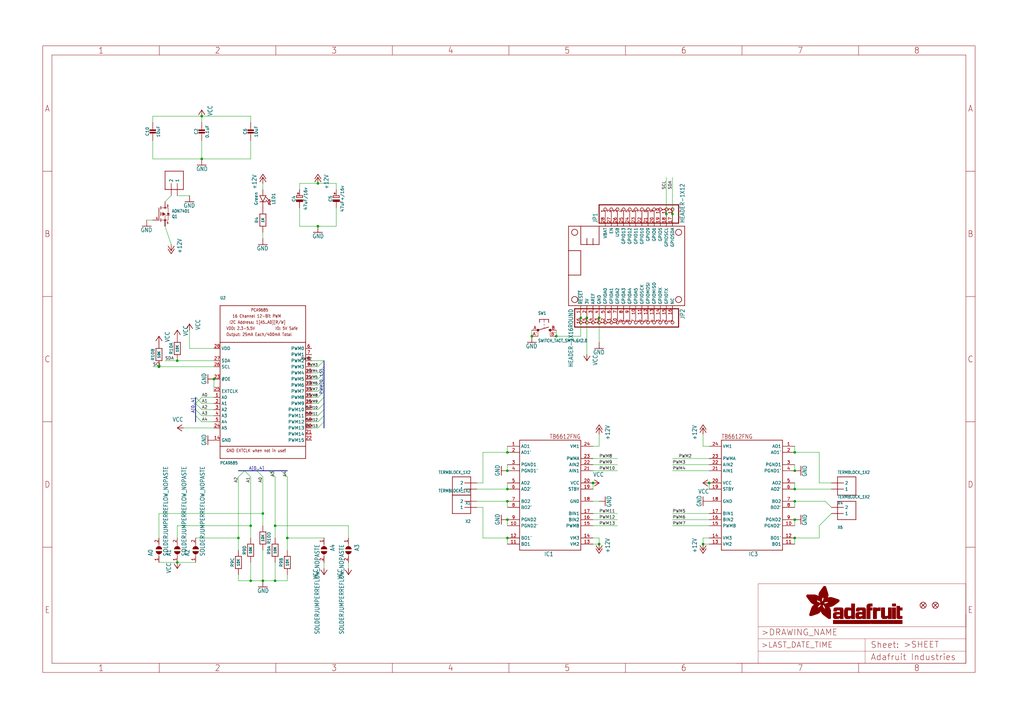
<source format=kicad_sch>
(kicad_sch (version 20211123) (generator eeschema)
  (paper "User" 425.45 299.161)
  (lib_symbols
    (symbol "eagleSchem-eagle-import:+12V" (power)
      (property "Value" "+12V" (at -2.54 -5.08 90))
      (symbol "+12V_1_0"
        (pin power_in line (at 0 -2.54 90) (length 2.54) (name "+12V") (number "1"))
      )
    )
    (symbol "eagleSchem-eagle-import:1X2-3.5MM"
      (symbol "1X2-3.5MM_1_0"
        (pin passive line (at -5.08 2.54 0) (length 5.08) (name "1") (number "1"))
        (pin passive line (at -5.08 0 0) (length 5.08) (name "2") (number "2"))
      )
    )
    (symbol "eagleSchem-eagle-import:CAP_CERAMIC0805-NOOUTLINE"
      (property "Reference" "C" (at -2.29 1.25 90))
      (property "Value" "CAP_CERAMIC0805-NOOUTLINE" (at 2.3 1.25 90))
      (symbol "CAP_CERAMIC0805-NOOUTLINE_1_0"
        (pin passive line (at 0 5.08 270) (length 2.54) (name "1") (number "1"))
        (pin passive line (at 0 -2.54 90) (length 2.54) (name "2") (number "2"))
      )
    )
    (symbol "eagleSchem-eagle-import:CAP_ELECTROLYTICPANASONIC_C"
      (property "Reference" "C" (at -2.39 1.25 90))
      (property "Value" "CAP_ELECTROLYTICPANASONIC_C" (at 2.5 1.25 90))
      (symbol "CAP_ELECTROLYTICPANASONIC_C_1_0"
        (pin passive line (at 0 5.08 270) (length 2.54) (name "+") (number "+"))
        (pin passive line (at 0 -2.54 90) (length 2.54) (name "-") (number "-"))
      )
    )
    (symbol "eagleSchem-eagle-import:FEATHERWING"
      (symbol "FEATHERWING_1_0"
        (pin input line (at 5.08 -5.08 90) (length 5.08) (name "~{RESET}") (number "1"))
        (pin bidirectional line (at 27.94 -5.08 90) (length 5.08) (name "GPIOA5") (number "10"))
        (pin bidirectional line (at 30.48 -5.08 90) (length 5.08) (name "GPIOSCK") (number "11"))
        (pin bidirectional line (at 33.02 -5.08 90) (length 5.08) (name "GPIOMOSI") (number "12"))
        (pin bidirectional line (at 35.56 -5.08 90) (length 5.08) (name "GPIOMISO") (number "13"))
        (pin bidirectional line (at 38.1 -5.08 90) (length 5.08) (name "GPIORX") (number "14"))
        (pin bidirectional line (at 40.64 -5.08 90) (length 5.08) (name "GPIOTX") (number "15"))
        (pin passive line (at 43.18 -5.08 90) (length 5.08) (name "NC") (number "16"))
        (pin bidirectional line (at 43.18 38.1 270) (length 5.08) (name "GPIOSDA") (number "17"))
        (pin bidirectional line (at 40.64 38.1 270) (length 5.08) (name "GPIOSCL") (number "18"))
        (pin bidirectional line (at 38.1 38.1 270) (length 5.08) (name "GPIO5") (number "19"))
        (pin power_in line (at 7.62 -5.08 90) (length 5.08) (name "3V") (number "2"))
        (pin bidirectional line (at 35.56 38.1 270) (length 5.08) (name "GPIO6") (number "20"))
        (pin bidirectional line (at 33.02 38.1 270) (length 5.08) (name "GPIO9") (number "21"))
        (pin bidirectional line (at 30.48 38.1 270) (length 5.08) (name "GPIO10") (number "22"))
        (pin bidirectional line (at 27.94 38.1 270) (length 5.08) (name "GPIO11") (number "23"))
        (pin bidirectional line (at 25.4 38.1 270) (length 5.08) (name "GPIO12") (number "24"))
        (pin bidirectional line (at 22.86 38.1 270) (length 5.08) (name "GPIO13") (number "25"))
        (pin power_in line (at 20.32 38.1 270) (length 5.08) (name "USB") (number "26"))
        (pin passive line (at 17.78 38.1 270) (length 5.08) (name "EN") (number "27"))
        (pin power_in line (at 15.24 38.1 270) (length 5.08) (name "VBAT") (number "28"))
        (pin passive line (at 10.16 -5.08 90) (length 5.08) (name "AREF") (number "3"))
        (pin power_in line (at 12.7 -5.08 90) (length 5.08) (name "GND") (number "4"))
        (pin bidirectional line (at 15.24 -5.08 90) (length 5.08) (name "GPIOA0") (number "5"))
        (pin bidirectional line (at 17.78 -5.08 90) (length 5.08) (name "GPIOA1") (number "6"))
        (pin bidirectional line (at 20.32 -5.08 90) (length 5.08) (name "GPIOA2") (number "7"))
        (pin bidirectional line (at 22.86 -5.08 90) (length 5.08) (name "GPIOA3") (number "8"))
        (pin bidirectional line (at 25.4 -5.08 90) (length 5.08) (name "GPIOA4") (number "9"))
      )
    )
    (symbol "eagleSchem-eagle-import:FIDUCIAL{dblquote}{dblquote}")
    (symbol "eagleSchem-eagle-import:FRAME_A3_ADAFRUIT"
      (symbol "FRAME_A3_ADAFRUIT_1_0"
        (text "1" (at 24.2094 1.905 0) (effects (font (size 2.54 2.286))))
        (text "1" (at 24.2094 258.445 0) (effects (font (size 2.54 2.286))))
        (text "2" (at 72.6281 1.905 0) (effects (font (size 2.54 2.286))))
        (text "2" (at 72.6281 258.445 0) (effects (font (size 2.54 2.286))))
        (text "3" (at 121.0469 1.905 0) (effects (font (size 2.54 2.286))))
        (text "3" (at 121.0469 258.445 0) (effects (font (size 2.54 2.286))))
        (text "4" (at 169.4656 1.905 0) (effects (font (size 2.54 2.286))))
        (text "4" (at 169.4656 258.445 0) (effects (font (size 2.54 2.286))))
        (text "5" (at 217.8844 1.905 0) (effects (font (size 2.54 2.286))))
        (text "5" (at 217.8844 258.445 0) (effects (font (size 2.54 2.286))))
        (text "6" (at 266.3031 1.905 0) (effects (font (size 2.54 2.286))))
        (text "6" (at 266.3031 258.445 0) (effects (font (size 2.54 2.286))))
        (text "7" (at 314.7219 1.905 0) (effects (font (size 2.54 2.286))))
        (text "7" (at 314.7219 258.445 0) (effects (font (size 2.54 2.286))))
        (text "8" (at 363.1406 1.905 0) (effects (font (size 2.54 2.286))))
        (text "8" (at 363.1406 258.445 0) (effects (font (size 2.54 2.286))))
        (text ">DRAWING_NAME" (at 298.45 15.24 0) (effects (font (size 2.54 2.54)) (justify left bottom)))
        (text ">LAST_DATE_TIME" (at 298.45 10.16 0) (effects (font (size 2.286 2.286)) (justify left bottom)))
        (text ">SHEET" (at 357.505 10.16 0) (effects (font (size 2.54 2.54)) (justify left bottom)))
        (text "A" (at 1.905 234.315 0) (effects (font (size 2.54 2.286))))
        (text "A" (at 385.445 234.315 0) (effects (font (size 2.54 2.286))))
        (text "Adafruit Industries" (at 343.916 4.953 0) (effects (font (size 2.54 2.54)) (justify left bottom)))
        (text "B" (at 1.905 182.245 0) (effects (font (size 2.54 2.286))))
        (text "B" (at 385.445 182.245 0) (effects (font (size 2.54 2.286))))
        (text "C" (at 1.905 130.175 0) (effects (font (size 2.54 2.286))))
        (text "C" (at 385.445 130.175 0) (effects (font (size 2.54 2.286))))
        (text "D" (at 1.905 78.105 0) (effects (font (size 2.54 2.286))))
        (text "D" (at 385.445 78.105 0) (effects (font (size 2.54 2.286))))
        (text "E" (at 1.905 26.035 0) (effects (font (size 2.54 2.286))))
        (text "E" (at 385.445 26.035 0) (effects (font (size 2.54 2.286))))
        (text "Sheet:" (at 343.916 10.033 0) (effects (font (size 2.54 2.54)) (justify left bottom)))
      )
    )
    (symbol "eagleSchem-eagle-import:GND" (power)
      (property "Value" "GND" (at -2.54 -2.54 0))
      (symbol "GND_1_0"
        (pin power_in line (at 0 2.54 270) (length 2.54) (name "GND") (number "1"))
      )
    )
    (symbol "eagleSchem-eagle-import:HEADER-1X12"
      (property "Reference" "JP" (at -6.35 18.415 0))
      (property "Value" "HEADER-1X12" (at -6.35 -17.78 0))
      (symbol "HEADER-1X12_1_0"
        (pin passive inverted (at -2.54 15.24 0) (length 2.54) (name "1") (number "1"))
        (pin passive inverted (at -2.54 -7.62 0) (length 2.54) (name "10") (number "10"))
        (pin passive inverted (at -2.54 -10.16 0) (length 2.54) (name "11") (number "11"))
        (pin passive inverted (at -2.54 -12.7 0) (length 2.54) (name "12") (number "12"))
        (pin passive inverted (at -2.54 12.7 0) (length 2.54) (name "2") (number "2"))
        (pin passive inverted (at -2.54 10.16 0) (length 2.54) (name "3") (number "3"))
        (pin passive inverted (at -2.54 7.62 0) (length 2.54) (name "4") (number "4"))
        (pin passive inverted (at -2.54 5.08 0) (length 2.54) (name "5") (number "5"))
        (pin passive inverted (at -2.54 2.54 0) (length 2.54) (name "6") (number "6"))
        (pin passive inverted (at -2.54 0 0) (length 2.54) (name "7") (number "7"))
        (pin passive inverted (at -2.54 -2.54 0) (length 2.54) (name "8") (number "8"))
        (pin passive inverted (at -2.54 -5.08 0) (length 2.54) (name "9") (number "9"))
      )
    )
    (symbol "eagleSchem-eagle-import:HEADER-1X16ROUND"
      (property "Reference" "JP" (at -6.35 20.955 0))
      (property "Value" "HEADER-1X16ROUND" (at -6.35 -25.4 0))
      (symbol "HEADER-1X16ROUND_1_0"
        (pin passive inverted (at -2.54 17.78 0) (length 2.54) (name "1") (number "1"))
        (pin passive inverted (at -2.54 -5.08 0) (length 2.54) (name "10") (number "10"))
        (pin passive inverted (at -2.54 -7.62 0) (length 2.54) (name "11") (number "11"))
        (pin passive inverted (at -2.54 -10.16 0) (length 2.54) (name "12") (number "12"))
        (pin passive inverted (at -2.54 -12.7 0) (length 2.54) (name "13") (number "13"))
        (pin passive inverted (at -2.54 -15.24 0) (length 2.54) (name "14") (number "14"))
        (pin passive inverted (at -2.54 -17.78 0) (length 2.54) (name "15") (number "15"))
        (pin passive inverted (at -2.54 -20.32 0) (length 2.54) (name "16") (number "16"))
        (pin passive inverted (at -2.54 15.24 0) (length 2.54) (name "2") (number "2"))
        (pin passive inverted (at -2.54 12.7 0) (length 2.54) (name "3") (number "3"))
        (pin passive inverted (at -2.54 10.16 0) (length 2.54) (name "4") (number "4"))
        (pin passive inverted (at -2.54 7.62 0) (length 2.54) (name "5") (number "5"))
        (pin passive inverted (at -2.54 5.08 0) (length 2.54) (name "6") (number "6"))
        (pin passive inverted (at -2.54 2.54 0) (length 2.54) (name "7") (number "7"))
        (pin passive inverted (at -2.54 0 0) (length 2.54) (name "8") (number "8"))
        (pin passive inverted (at -2.54 -2.54 0) (length 2.54) (name "9") (number "9"))
      )
    )
    (symbol "eagleSchem-eagle-import:LED0805_NOOUTLINE"
      (property "Reference" "D" (at -1.27 4.445 0))
      (property "Value" "LED0805_NOOUTLINE" (at -1.27 -2.794 0))
      (symbol "LED0805_NOOUTLINE_1_0"
        (pin passive line (at -5.08 0 0) (length 2.54) (name "A") (number "A"))
        (pin passive line (at 2.54 0 180) (length 2.54) (name "C") (number "C"))
      )
    )
    (symbol "eagleSchem-eagle-import:MOSFET-P-POWERDI3333"
      (property "Reference" "Q" (at 2.794 0.381 0))
      (property "Value" "MOSFET-P-POWERDI3333" (at 2.794 -1.905 0))
      (symbol "MOSFET-P-POWERDI3333_1_0"
        (text "D" (at 0.635 -3.81 0) (effects (font (size 0.8128 0.6908)) (justify left bottom)))
        (text "G" (at -3.81 1.27 0) (effects (font (size 0.8128 0.6908)) (justify left bottom)))
        (text "S" (at 0.635 3.175 0) (effects (font (size 0.8128 0.6908)) (justify left bottom)))
        (pin passive line (at 0 5.08 270) (length 2.54) (name "S") (number "1"))
        (pin passive line (at 0 5.08 270) (length 2.54) (name "S") (number "2"))
        (pin passive line (at 0 5.08 270) (length 2.54) (name "S") (number "3"))
        (pin passive line (at -5.08 2.54 0) (length 2.54) (name "G") (number "4"))
        (pin passive line (at 0 -5.08 90) (length 2.54) (name "D") (number "5678"))
      )
    )
    (symbol "eagleSchem-eagle-import:PCA9685"
      (property "Reference" "U" (at -17.78 35.56 0))
      (property "Value" "PCA9685" (at -17.78 -33.02 0))
      (symbol "PCA9685_1_0"
        (text "16 Channel 12-Bit PWM" (at -12.7 27.94 0) (effects (font (size 1.27 1.0795)) (justify left bottom)))
        (text "GND EXTCLK when not in use!" (at -15.24 -27.94 0) (effects (font (size 1.27 1.0795)) (justify left bottom)))
        (text "I2C Address: 1[A5..A0][R/W]" (at -13.97 25.4 0) (effects (font (size 1.27 1.0795)) (justify left bottom)))
        (text "IO: 5V Safe" (at 5.08 22.86 0) (effects (font (size 1.27 1.0795)) (justify left bottom)))
        (text "Output: 25mA Each/400mA Total" (at -15.24 20.32 0) (effects (font (size 1.27 1.0795)) (justify left bottom)))
        (text "PCA9685" (at -5.08 30.48 0) (effects (font (size 1.27 1.0795)) (justify left bottom)))
        (text "VDD: 2.3-5.5V" (at -15.24 22.86 0) (effects (font (size 1.27 1.0795)) (justify left bottom)))
        (pin bidirectional line (at -20.32 -5.08 0) (length 2.54) (name "A0") (number "1"))
        (pin output line (at 20.32 5.08 180) (length 2.54) (name "PWM4") (number "10"))
        (pin output line (at 20.32 2.54 180) (length 2.54) (name "PWM5") (number "11"))
        (pin output line (at 20.32 0 180) (length 2.54) (name "PWM6") (number "12"))
        (pin output line (at 20.32 -2.54 180) (length 2.54) (name "PWM7") (number "13"))
        (pin power_in line (at -20.32 -22.86 0) (length 2.54) (name "GND") (number "14"))
        (pin output line (at 20.32 -5.08 180) (length 2.54) (name "PWM8") (number "15"))
        (pin output line (at 20.32 -7.62 180) (length 2.54) (name "PWM9") (number "16"))
        (pin output line (at 20.32 -10.16 180) (length 2.54) (name "PWM10") (number "17"))
        (pin output line (at 20.32 -12.7 180) (length 2.54) (name "PWM11") (number "18"))
        (pin output line (at 20.32 -15.24 180) (length 2.54) (name "PWM12") (number "19"))
        (pin bidirectional line (at -20.32 -7.62 0) (length 2.54) (name "A1") (number "2"))
        (pin output line (at 20.32 -17.78 180) (length 2.54) (name "PWM13") (number "20"))
        (pin output line (at 20.32 -20.32 180) (length 2.54) (name "PWM14") (number "21"))
        (pin output line (at 20.32 -22.86 180) (length 2.54) (name "PWM15") (number "22"))
        (pin input line (at -20.32 2.54 0) (length 2.54) (name "#OE") (number "23"))
        (pin bidirectional line (at -20.32 -17.78 0) (length 2.54) (name "A5") (number "24"))
        (pin input line (at -20.32 -2.54 0) (length 2.54) (name "EXTCLK") (number "25"))
        (pin bidirectional line (at -20.32 7.62 0) (length 2.54) (name "SCL") (number "26"))
        (pin bidirectional line (at -20.32 10.16 0) (length 2.54) (name "SDA") (number "27"))
        (pin power_in line (at -20.32 15.24 0) (length 2.54) (name "VDD") (number "28"))
        (pin bidirectional line (at -20.32 -10.16 0) (length 2.54) (name "A2") (number "3"))
        (pin bidirectional line (at -20.32 -12.7 0) (length 2.54) (name "A3") (number "4"))
        (pin bidirectional line (at -20.32 -15.24 0) (length 2.54) (name "A4") (number "5"))
        (pin output line (at 20.32 15.24 180) (length 2.54) (name "PWM0") (number "6"))
        (pin output line (at 20.32 12.7 180) (length 2.54) (name "PWM1") (number "7"))
        (pin output line (at 20.32 10.16 180) (length 2.54) (name "PWM2") (number "8"))
        (pin output line (at 20.32 7.62 180) (length 2.54) (name "PWM3") (number "9"))
      )
    )
    (symbol "eagleSchem-eagle-import:RESISTOR0805_NOOUTLINE"
      (property "Reference" "R" (at 0 2.54 0))
      (property "Value" "RESISTOR0805_NOOUTLINE" (at 0 0 0))
      (symbol "RESISTOR0805_NOOUTLINE_1_0"
        (pin passive line (at -5.08 0 0) (length 2.54) (name "1") (number "1"))
        (pin passive line (at 5.08 0 180) (length 2.54) (name "2") (number "2"))
      )
    )
    (symbol "eagleSchem-eagle-import:RESISTOR_4PACK"
      (property "Reference" "R" (at 0 2.54 0))
      (property "Value" "RESISTOR_4PACK" (at 0 0 0))
      (symbol "RESISTOR_4PACK_1_0"
        (pin passive line (at -5.08 0 0) (length 2.54) (name "1") (number "1"))
        (pin passive line (at 5.08 0 180) (length 2.54) (name "2") (number "8"))
      )
      (symbol "RESISTOR_4PACK_2_0"
        (pin passive line (at -5.08 0 0) (length 2.54) (name "1") (number "2"))
        (pin passive line (at 5.08 0 180) (length 2.54) (name "2") (number "7"))
      )
      (symbol "RESISTOR_4PACK_3_0"
        (pin passive line (at -5.08 0 0) (length 2.54) (name "1") (number "3"))
        (pin passive line (at 5.08 0 180) (length 2.54) (name "2") (number "6"))
      )
      (symbol "RESISTOR_4PACK_4_0"
        (pin passive line (at -5.08 0 0) (length 2.54) (name "1") (number "4"))
        (pin passive line (at 5.08 0 180) (length 2.54) (name "2") (number "5"))
      )
    )
    (symbol "eagleSchem-eagle-import:SOLDERJUMPERREFLOW_NOPASTE"
      (property "Reference" "SJ" (at -2.54 2.54 0))
      (property "Value" "SOLDERJUMPERREFLOW_NOPASTE" (at -2.54 -3.81 0))
      (symbol "SOLDERJUMPERREFLOW_NOPASTE_1_0"
        (pin passive line (at -5.08 0 0) (length 2.54) (name "1") (number "1"))
        (pin passive line (at 5.08 0 180) (length 2.54) (name "2") (number "2"))
      )
    )
    (symbol "eagleSchem-eagle-import:SWITCH_TACT_SMT4.6X2.8"
      (property "Reference" "SW" (at -2.54 6.35 0))
      (property "Value" "SWITCH_TACT_SMT4.6X2.8" (at -2.54 -5.08 0))
      (symbol "SWITCH_TACT_SMT4.6X2.8_1_0"
        (pin passive line (at -5.08 0 0) (length 2.54) (name "P") (number "A"))
        (pin passive line (at -5.08 -2.54 0) (length 2.54) (name "P1") (number "A'"))
        (pin passive line (at 5.08 0 180) (length 2.54) (name "S") (number "B"))
        (pin passive line (at 5.08 -2.54 180) (length 2.54) (name "S1") (number "B'"))
      )
    )
    (symbol "eagleSchem-eagle-import:TB6612FNG"
      (property "Reference" "IC" (at -2.54 -25.4 0))
      (symbol "TB6612FNG_1_0"
        (text "TB6612FNG" (at 12.7 25.4 0) (effects (font (size 1.778 1.5113)) (justify right top)))
        (pin output line (at -17.78 20.32 0) (length 5.08) (name "AO1") (number "1"))
        (pin power_in line (at -17.78 -12.7 0) (length 5.08) (name "PGND2'") (number "10"))
        (pin output line (at -17.78 -20.32 0) (length 5.08) (name "BO1") (number "11"))
        (pin output line (at -17.78 -17.78 0) (length 5.08) (name "BO1'") (number "12"))
        (pin power_in line (at 17.78 -20.32 180) (length 5.08) (name "VM2") (number "13"))
        (pin power_in line (at 17.78 -17.78 180) (length 5.08) (name "VM3") (number "14"))
        (pin input line (at 17.78 -12.7 180) (length 5.08) (name "PWMB") (number "15"))
        (pin input line (at 17.78 -10.16 180) (length 5.08) (name "BIN2") (number "16"))
        (pin input line (at 17.78 -7.62 180) (length 5.08) (name "BIN1") (number "17"))
        (pin power_in line (at 17.78 -2.54 180) (length 5.08) (name "GND") (number "18"))
        (pin input line (at 17.78 2.54 180) (length 5.08) (name "STBY") (number "19"))
        (pin output line (at -17.78 17.78 0) (length 5.08) (name "AO1'") (number "2"))
        (pin power_in line (at 17.78 5.08 180) (length 5.08) (name "VCC") (number "20"))
        (pin input line (at 17.78 10.16 180) (length 5.08) (name "AIN1") (number "21"))
        (pin input line (at 17.78 12.7 180) (length 5.08) (name "AIN2") (number "22"))
        (pin input line (at 17.78 15.24 180) (length 5.08) (name "PWMA") (number "23"))
        (pin power_in line (at 17.78 20.32 180) (length 5.08) (name "VM1") (number "24"))
        (pin power_in line (at -17.78 12.7 0) (length 5.08) (name "PGND1") (number "3"))
        (pin power_in line (at -17.78 10.16 0) (length 5.08) (name "PGND1'") (number "4"))
        (pin output line (at -17.78 5.08 0) (length 5.08) (name "AO2") (number "5"))
        (pin output line (at -17.78 2.54 0) (length 5.08) (name "AO2'") (number "6"))
        (pin output line (at -17.78 -2.54 0) (length 5.08) (name "BO2") (number "7"))
        (pin output line (at -17.78 -5.08 0) (length 5.08) (name "BO2'") (number "8"))
        (pin power_in line (at -17.78 -10.16 0) (length 5.08) (name "PGND2") (number "9"))
      )
    )
    (symbol "eagleSchem-eagle-import:TERMBLOCK_1X2"
      (property "Reference" "X" (at -2.54 7.62 0))
      (property "Value" "TERMBLOCK_1X2" (at -2.54 -5.08 0))
      (symbol "TERMBLOCK_1X2_1_0"
        (pin passive line (at -5.08 2.54 0) (length 5.08) (name "1") (number "1"))
        (pin passive line (at -5.08 0 0) (length 5.08) (name "2") (number "2"))
      )
    )
    (symbol "eagleSchem-eagle-import:VCC" (power)
      (property "Value" "VCC" (at -2.54 -2.54 90))
      (symbol "VCC_1_0"
        (pin power_in line (at 0 -2.54 90) (length 2.54) (name "VCC") (number "1"))
      )
    )
  )
  (junction (at 330.2 187.96))
  (junction (at 210.82 215.9))
  (junction (at 104.14 241.3))
  (junction (at 210.82 195.58))
  (junction (at 132.08 76.2))
  (junction (at 88.9 157.48))
  (junction (at 83.82 48.26))
  (junction (at 210.82 187.96))
  (junction (at 83.82 66.04))
  (junction (at 294.64 200.66))
  (junction (at 243.84 132.08))
  (junction (at 279.4 88.9))
  (junction (at 210.82 223.52))
  (junction (at 241.3 132.08))
  (junction (at 276.86 88.9))
  (junction (at 109.22 241.3))
  (junction (at 73.66 233.68))
  (junction (at 330.2 223.52))
  (junction (at 66.04 152.4))
  (junction (at 231.14 139.7))
  (junction (at 99.06 223.52))
  (junction (at 114.3 241.3))
  (junction (at 248.92 132.08))
  (junction (at 210.82 203.2))
  (junction (at 119.38 223.52))
  (junction (at 330.2 215.9))
  (junction (at 330.2 195.58))
  (junction (at 330.2 203.2))
  (junction (at 132.08 93.98))
  (junction (at 104.14 218.44))
  (junction (at 292.1 226.06))
  (junction (at 248.92 226.06))
  (junction (at 73.66 149.86))
  (junction (at 114.3 218.44))
  (junction (at 330.2 208.28))
  (junction (at 246.38 200.66))
  (junction (at 220.98 139.7))
  (junction (at 210.82 208.28))
  (junction (at 109.22 213.36))
  (bus_entry (at 132.08 160.02) (size 2.54 -2.54))
  (bus_entry (at 132.08 152.4) (size 2.54 -2.54))
  (bus_entry (at 83.82 165.1) (size -2.54 2.54))
  (bus_entry (at 132.08 167.64) (size 2.54 -2.54))
  (bus_entry (at 83.82 167.64) (size -2.54 -2.54))
  (bus_entry (at 132.08 175.26) (size 2.54 -2.54))
  (bus_entry (at 99.06 198.12) (size 2.54 -2.54))
  (bus_entry (at 83.82 175.26) (size -2.54 -2.54))
  (bus_entry (at 83.82 170.18) (size -2.54 -2.54))
  (bus_entry (at 132.08 170.18) (size 2.54 -2.54))
  (bus_entry (at 132.08 177.8) (size 2.54 -2.54))
  (bus_entry (at 83.82 172.72) (size -2.54 -2.54))
  (bus_entry (at 109.22 198.12) (size -2.54 -2.54))
  (bus_entry (at 132.08 157.48) (size 2.54 -2.54))
  (bus_entry (at 104.14 198.12) (size -2.54 -2.54))
  (bus_entry (at 119.38 198.12) (size -2.54 -2.54))
  (bus_entry (at 114.3 198.12) (size -2.54 -2.54))
  (bus_entry (at 132.08 162.56) (size 2.54 -2.54))
  (bus_entry (at 132.08 154.94) (size 2.54 -2.54))
  (bus_entry (at 132.08 172.72) (size 2.54 -2.54))
  (bus_entry (at 132.08 165.1) (size 2.54 -2.54))
  (wire (pts (xy 83.82 175.26) (xy 88.9 175.26)))
  (bus (pts (xy 134.62 152.4) (xy 134.62 154.94)))
  (wire (pts (xy 330.2 223.52) (xy 340.36 223.52)))
  (bus (pts (xy 134.62 165.1) (xy 134.62 167.64)))
  (wire (pts (xy 292.1 185.42) (xy 292.1 180.34)))
  (wire (pts (xy 78.74 144.78) (xy 88.9 144.78)))
  (bus (pts (xy 99.06 195.58) (xy 101.6 195.58)))
  (wire (pts (xy 330.2 193.04) (xy 330.2 195.58)))
  (wire (pts (xy 83.82 66.04) (xy 63.5 66.04)))
  (bus (pts (xy 134.62 175.26) (xy 134.62 177.8)))
  (bus (pts (xy 81.28 170.18) (xy 81.28 172.72)))
  (wire (pts (xy 104.14 223.52) (xy 104.14 218.44)))
  (wire (pts (xy 104.14 233.68) (xy 104.14 241.3)))
  (wire (pts (xy 198.12 208.28) (xy 210.82 208.28)))
  (wire (pts (xy 109.22 96.52) (xy 109.22 99.06)))
  (wire (pts (xy 88.9 152.4) (xy 66.04 152.4)))
  (wire (pts (xy 198.12 203.2) (xy 210.82 203.2)))
  (wire (pts (xy 198.12 200.66) (xy 200.66 200.66)))
  (wire (pts (xy 248.92 208.28) (xy 246.38 208.28)))
  (wire (pts (xy 330.2 226.06) (xy 330.2 223.52)))
  (wire (pts (xy 119.38 228.6) (xy 119.38 223.52)))
  (wire (pts (xy 294.64 213.36) (xy 279.4 213.36)))
  (wire (pts (xy 83.82 170.18) (xy 88.9 170.18)))
  (wire (pts (xy 246.38 185.42) (xy 248.92 185.42)))
  (wire (pts (xy 144.78 236.22) (xy 144.78 233.68)))
  (wire (pts (xy 129.54 149.86) (xy 134.62 149.86)))
  (wire (pts (xy 200.66 187.96) (xy 210.82 187.96)))
  (wire (pts (xy 104.14 48.26) (xy 83.82 48.26)))
  (wire (pts (xy 132.08 76.2) (xy 139.7 76.2)))
  (wire (pts (xy 279.4 73.66) (xy 279.4 88.9)))
  (bus (pts (xy 134.62 167.64) (xy 134.62 170.18)))
  (bus (pts (xy 101.6 195.58) (xy 106.68 195.58)))
  (bus (pts (xy 116.84 195.58) (xy 119.38 195.58)))
  (wire (pts (xy 292.1 226.06) (xy 294.64 226.06)))
  (wire (pts (xy 294.64 190.5) (xy 279.4 190.5)))
  (wire (pts (xy 139.7 76.2) (xy 139.7 78.74)))
  (wire (pts (xy 330.2 187.96) (xy 340.36 187.96)))
  (wire (pts (xy 294.64 215.9) (xy 279.4 215.9)))
  (bus (pts (xy 111.76 195.58) (xy 116.84 195.58)))
  (wire (pts (xy 210.82 193.04) (xy 210.82 195.58)))
  (wire (pts (xy 66.04 223.52) (xy 66.04 213.36)))
  (wire (pts (xy 330.2 187.96) (xy 330.2 185.42)))
  (wire (pts (xy 99.06 228.6) (xy 99.06 223.52)))
  (wire (pts (xy 246.38 218.44) (xy 256.54 218.44)))
  (wire (pts (xy 243.84 147.32) (xy 243.84 132.08)))
  (wire (pts (xy 124.46 86.36) (xy 124.46 93.98)))
  (wire (pts (xy 220.98 137.16) (xy 220.98 139.7)))
  (wire (pts (xy 210.82 185.42) (xy 210.82 187.96)))
  (wire (pts (xy 246.38 190.5) (xy 256.54 190.5)))
  (wire (pts (xy 342.9 208.28) (xy 345.44 210.82)))
  (wire (pts (xy 129.54 152.4) (xy 132.08 152.4)))
  (wire (pts (xy 340.36 223.52) (xy 340.36 218.44)))
  (wire (pts (xy 104.14 66.04) (xy 104.14 58.42)))
  (wire (pts (xy 68.58 83.82) (xy 71.12 81.28)))
  (wire (pts (xy 200.66 210.82) (xy 200.66 223.52)))
  (wire (pts (xy 340.36 218.44) (xy 345.44 213.36)))
  (wire (pts (xy 132.08 76.2) (xy 124.46 76.2)))
  (wire (pts (xy 200.66 200.66) (xy 200.66 187.96)))
  (wire (pts (xy 81.28 233.68) (xy 73.66 233.68)))
  (wire (pts (xy 129.54 162.56) (xy 132.08 162.56)))
  (wire (pts (xy 114.3 218.44) (xy 144.78 218.44)))
  (wire (pts (xy 246.38 213.36) (xy 256.54 213.36)))
  (bus (pts (xy 134.62 160.02) (xy 134.62 162.56)))
  (wire (pts (xy 63.5 50.8) (xy 63.5 48.26)))
  (wire (pts (xy 292.1 223.52) (xy 292.1 226.06)))
  (wire (pts (xy 294.64 218.44) (xy 279.4 218.44)))
  (wire (pts (xy 83.82 165.1) (xy 88.9 165.1)))
  (wire (pts (xy 73.66 223.52) (xy 73.66 218.44)))
  (wire (pts (xy 246.38 193.04) (xy 256.54 193.04)))
  (bus (pts (xy 81.28 167.64) (xy 81.28 170.18)))
  (wire (pts (xy 78.74 137.16) (xy 78.74 144.78)))
  (wire (pts (xy 109.22 213.36) (xy 109.22 198.12)))
  (wire (pts (xy 104.14 241.3) (xy 99.06 241.3)))
  (wire (pts (xy 276.86 88.9) (xy 276.86 73.66)))
  (wire (pts (xy 99.06 238.76) (xy 99.06 241.3)))
  (wire (pts (xy 129.54 170.18) (xy 132.08 170.18)))
  (wire (pts (xy 340.36 200.66) (xy 345.44 200.66)))
  (wire (pts (xy 88.9 149.86) (xy 73.66 149.86)))
  (bus (pts (xy 81.28 165.1) (xy 81.28 167.64)))
  (wire (pts (xy 129.54 154.94) (xy 132.08 154.94)))
  (wire (pts (xy 104.14 48.26) (xy 104.14 50.8)))
  (wire (pts (xy 294.64 200.66) (xy 294.64 203.2)))
  (wire (pts (xy 246.38 195.58) (xy 256.54 195.58)))
  (wire (pts (xy 330.2 203.2) (xy 345.44 203.2)))
  (wire (pts (xy 114.3 218.44) (xy 114.3 198.12)))
  (wire (pts (xy 124.46 76.2) (xy 124.46 78.74)))
  (bus (pts (xy 134.62 154.94) (xy 134.62 157.48)))
  (wire (pts (xy 109.22 218.44) (xy 109.22 213.36)))
  (bus (pts (xy 134.62 162.56) (xy 134.62 165.1)))
  (wire (pts (xy 129.54 175.26) (xy 132.08 175.26)))
  (wire (pts (xy 114.3 241.3) (xy 119.38 241.3)))
  (wire (pts (xy 60.96 91.44) (xy 63.5 91.44)))
  (wire (pts (xy 246.38 223.52) (xy 248.92 223.52)))
  (wire (pts (xy 210.82 208.28) (xy 210.82 210.82)))
  (wire (pts (xy 63.5 48.26) (xy 83.82 48.26)))
  (wire (pts (xy 104.14 218.44) (xy 73.66 218.44)))
  (wire (pts (xy 63.5 66.04) (xy 63.5 58.42)))
  (bus (pts (xy 81.28 172.72) (xy 81.28 175.26)))
  (bus (pts (xy 106.68 195.58) (xy 111.76 195.58)))
  (wire (pts (xy 88.9 162.56) (xy 88.9 157.48)))
  (wire (pts (xy 198.12 210.82) (xy 200.66 210.82)))
  (wire (pts (xy 119.38 223.52) (xy 134.62 223.52)))
  (wire (pts (xy 99.06 223.52) (xy 99.06 198.12)))
  (wire (pts (xy 231.14 139.7) (xy 241.3 139.7)))
  (wire (pts (xy 73.66 81.28) (xy 78.74 81.28)))
  (wire (pts (xy 129.54 172.72) (xy 132.08 172.72)))
  (wire (pts (xy 129.54 167.64) (xy 132.08 167.64)))
  (wire (pts (xy 129.54 160.02) (xy 132.08 160.02)))
  (wire (pts (xy 139.7 93.98) (xy 139.7 86.36)))
  (wire (pts (xy 68.58 93.98) (xy 71.12 101.6)))
  (wire (pts (xy 109.22 241.3) (xy 104.14 241.3)))
  (wire (pts (xy 73.66 233.68) (xy 66.04 233.68)))
  (wire (pts (xy 119.38 241.3) (xy 119.38 238.76)))
  (wire (pts (xy 144.78 223.52) (xy 144.78 218.44)))
  (wire (pts (xy 73.66 149.86) (xy 68.58 149.86)))
  (wire (pts (xy 340.36 187.96) (xy 340.36 200.66)))
  (bus (pts (xy 134.62 170.18) (xy 134.62 172.72)))
  (wire (pts (xy 76.2 177.8) (xy 88.9 177.8)))
  (wire (pts (xy 246.38 215.9) (xy 256.54 215.9)))
  (wire (pts (xy 248.92 226.06) (xy 246.38 226.06)))
  (wire (pts (xy 109.22 241.3) (xy 114.3 241.3)))
  (wire (pts (xy 83.82 66.04) (xy 83.82 58.42)))
  (bus (pts (xy 134.62 149.86) (xy 134.62 152.4)))
  (wire (pts (xy 83.82 48.26) (xy 83.82 50.8)))
  (wire (pts (xy 83.82 167.64) (xy 88.9 167.64)))
  (wire (pts (xy 109.22 213.36) (xy 66.04 213.36)))
  (wire (pts (xy 294.64 193.04) (xy 279.4 193.04)))
  (wire (pts (xy 114.3 223.52) (xy 114.3 218.44)))
  (wire (pts (xy 210.82 223.52) (xy 210.82 226.06)))
  (wire (pts (xy 294.64 223.52) (xy 292.1 223.52)))
  (wire (pts (xy 83.82 172.72) (xy 88.9 172.72)))
  (wire (pts (xy 210.82 200.66) (xy 210.82 203.2)))
  (wire (pts (xy 294.64 185.42) (xy 292.1 185.42)))
  (wire (pts (xy 129.54 165.1) (xy 132.08 165.1)))
  (wire (pts (xy 124.46 93.98) (xy 132.08 93.98)))
  (wire (pts (xy 114.3 233.68) (xy 114.3 241.3)))
  (wire (pts (xy 132.08 93.98) (xy 139.7 93.98)))
  (wire (pts (xy 81.28 223.52) (xy 99.06 223.52)))
  (wire (pts (xy 330.2 208.28) (xy 330.2 210.82)))
  (wire (pts (xy 330.2 215.9) (xy 330.2 218.44)))
  (wire (pts (xy 248.92 185.42) (xy 248.92 180.34)))
  (wire (pts (xy 248.92 142.24) (xy 248.92 132.08)))
  (wire (pts (xy 109.22 78.74) (xy 109.22 76.2)))
  (wire (pts (xy 134.62 233.68) (xy 134.62 236.22)))
  (wire (pts (xy 83.82 66.04) (xy 104.14 66.04)))
  (wire (pts (xy 210.82 215.9) (xy 210.82 218.44)))
  (wire (pts (xy 119.38 223.52) (xy 119.38 198.12)))
  (bus (pts (xy 134.62 172.72) (xy 134.62 175.26)))
  (wire (pts (xy 246.38 203.2) (xy 246.38 200.66)))
  (wire (pts (xy 294.64 195.58) (xy 279.4 195.58)))
  (wire (pts (xy 129.54 177.8) (xy 132.08 177.8)))
  (wire (pts (xy 330.2 208.28) (xy 342.9 208.28)))
  (wire (pts (xy 200.66 223.52) (xy 210.82 223.52)))
  (wire (pts (xy 104.14 218.44) (xy 104.14 198.12)))
  (wire (pts (xy 231.14 137.16) (xy 231.14 139.7)))
  (wire (pts (xy 248.92 223.52) (xy 248.92 226.06)))
  (wire (pts (xy 66.04 152.4) (xy 63.5 152.4)))
  (bus (pts (xy 134.62 157.48) (xy 134.62 160.02)))
  (wire (pts (xy 330.2 200.66) (xy 330.2 203.2)))
  (wire (pts (xy 241.3 139.7) (xy 241.3 132.08)))
  (wire (pts (xy 109.22 228.6) (xy 109.22 241.3)))
  (wire (pts (xy 129.54 157.48) (xy 132.08 157.48)))
  (label "A0" (at 109.22 198.12 270) (effects (font (size 1.2446 1.2446))))
  (label "PWM7" (at 279.4 218.44 0) (effects (font (size 1.2446 1.2446))))
  (label "PWM13" (at 132.08 177.8 180) (effects (font (size 1.016 1.016))))
  (label "A1" (at 83.82 167.64 0) (effects (font (size 1.2446 1.2446))))
  (label "SDA" (at 279.4 78.74 90) (effects (font (size 1.2446 1.2446))))
  (label "PWM12" (at 132.08 175.26 180) (effects (font (size 1.016 1.016))))
  (label "PWM4" (at 279.4 195.58 0) (effects (font (size 1.2446 1.2446))))
  (label "PWM8" (at 248.92 190.5 0) (effects (font (size 1.2446 1.2446))))
  (label "PWM11" (at 248.92 213.36 0) (effects (font (size 1.2446 1.2446))))
  (label "PWM10" (at 132.08 170.18 180) (effects (font (size 1.016 1.016))))
  (label "A2" (at 83.82 170.18 0) (effects (font (size 1.2446 1.2446))))
  (label "PWM7" (at 132.08 162.56 180) (effects (font (size 1.016 1.016))))
  (label "PWM10" (at 248.92 195.58 0) (effects (font (size 1.2446 1.2446))))
  (label "PWM13" (at 248.92 218.44 0) (effects (font (size 1.2446 1.2446))))
  (label "PWM2" (at 281.94 190.5 0) (effects (font (size 1.2446 1.2446))))
  (label "A3" (at 114.3 198.12 90) (effects (font (size 1.2446 1.2446))))
  (label "PWM9" (at 132.08 167.64 180) (effects (font (size 1.016 1.016))))
  (label "A1" (at 104.14 198.12 270) (effects (font (size 1.2446 1.2446))))
  (label "PWM5" (at 132.08 157.48 180) (effects (font (size 1.016 1.016))))
  (label "PWM9" (at 248.92 193.04 0) (effects (font (size 1.2446 1.2446))))
  (label "PWM8" (at 132.08 165.1 180) (effects (font (size 1.016 1.016))))
  (label "A[0..4]" (at 81.28 165.1 270) (effects (font (size 1.2446 1.2446))))
  (label "PWM11" (at 132.08 172.72 180) (effects (font (size 1.016 1.016))))
  (label "PWM2" (at 129.54 149.86 180) (effects (font (size 1.016 1.016))))
  (label "PWM4" (at 132.08 154.94 180) (effects (font (size 1.016 1.016))))
  (label "PWM[0..15]" (at 134.62 163.83 90) (effects (font (size 1.2446 1.2446))))
  (label "PWM5" (at 279.4 213.36 0) (effects (font (size 1.2446 1.2446))))
  (label "SCL" (at 63.5 152.4 0) (effects (font (size 1.2446 1.2446))))
  (label "PWM6" (at 279.4 215.9 0) (effects (font (size 1.2446 1.2446))))
  (label "PWM6" (at 132.08 160.02 180) (effects (font (size 1.016 1.016))))
  (label "A[0..4]" (at 109.855 195.58 180) (effects (font (size 1.2446 1.2446))))
  (label "A0" (at 83.82 165.1 0) (effects (font (size 1.2446 1.2446))))
  (label "A4" (at 83.82 175.26 0) (effects (font (size 1.2446 1.2446))))
  (label "SCL" (at 276.86 78.74 90) (effects (font (size 1.2446 1.2446))))
  (label "PWM12" (at 248.92 215.9 0) (effects (font (size 1.2446 1.2446))))
  (label "PWM3" (at 279.4 193.04 0) (effects (font (size 1.2446 1.2446))))
  (label "A4" (at 119.38 198.12 90) (effects (font (size 1.2446 1.2446))))
  (label "PWM3" (at 132.08 152.4 180) (effects (font (size 1.016 1.016))))
  (label "A3" (at 83.82 172.72 0) (effects (font (size 1.2446 1.2446))))
  (label "A2" (at 99.06 198.12 270) (effects (font (size 1.2446 1.2446))))
  (label "SDA" (at 68.58 149.86 0) (effects (font (size 1.2446 1.2446))))
  (symbol (lib_id "eagleSchem-eagle-import:GND") (at 292.1 208.28 270) (unit 1)
    (property "Reference" "#GND3" (effects hide))
    (property "Value" "GND" (at 289.56 205.74 0) (effects (font (size 1.778 1.5113)) (justify left bottom)))
    (property "Footprint" "eagleSchem:" (effects hide))
  )
  (symbol (lib_id "eagleSchem-eagle-import:VCC") (at 73.66 236.22 0) (mirror x) (unit 1)
    (property "Reference" "#P+8" (effects hide))
    (property "Value" "VCC" (at 71.12 233.68 90) (effects (font (size 1.778 1.5113)) (justify left bottom)))
    (property "Footprint" "eagleSchem:" (effects hide))
  )
  (symbol (lib_id "eagleSchem-eagle-import:GND") (at 251.46 208.28 90) (unit 1)
    (property "Reference" "#GND1" (effects hide))
    (property "Value" "GND" (at 254 210.82 0) (effects (font (size 1.778 1.5113)) (justify left bottom)))
    (property "Footprint" "eagleSchem:" (effects hide))
  )
  (symbol (lib_id "eagleSchem-eagle-import:HEADER-1X12") (at 266.7 86.36 90) (unit 1)
    (property "Reference" "JP1" (at 248.285 92.71 0) (effects (font (size 1.778 1.5113)) (justify left bottom)))
    (property "Value" "HEADER-1X12" (at 284.48 92.71 0) (effects (font (size 1.778 1.5113)) (justify left bottom)))
    (property "Footprint" "eagleSchem:1X12_ROUND" (effects hide))
  )
  (symbol (lib_id "eagleSchem-eagle-import:VCC") (at 144.78 238.76 0) (mirror x) (unit 1)
    (property "Reference" "#P+17" (effects hide))
    (property "Value" "VCC" (at 142.24 236.22 90) (effects (font (size 1.778 1.5113)) (justify left bottom)))
    (property "Footprint" "eagleSchem:" (effects hide))
  )
  (symbol (lib_id "eagleSchem-eagle-import:CAP_ELECTROLYTICPANASONIC_C") (at 139.7 83.82 0) (unit 1)
    (property "Reference" "C5" (at 137.31 82.57 90))
    (property "Value" "47uF+/16v" (at 142.2 82.57 90))
    (property "Footprint" "eagleSchem:PANASONIC_C" (effects hide))
  )
  (symbol (lib_id "eagleSchem-eagle-import:+12V") (at 292.1 177.8 0) (unit 1)
    (property "Reference" "#P+3" (effects hide))
    (property "Value" "+12V" (at 289.56 182.88 90) (effects (font (size 1.778 1.5113)) (justify left bottom)))
    (property "Footprint" "eagleSchem:" (effects hide))
  )
  (symbol (lib_id "eagleSchem-eagle-import:VCC") (at 78.74 134.62 0) (mirror y) (unit 1)
    (property "Reference" "#P+16" (effects hide))
    (property "Value" "VCC" (at 81.28 137.16 90) (effects (font (size 1.778 1.5113)) (justify left bottom)))
    (property "Footprint" "eagleSchem:" (effects hide))
  )
  (symbol (lib_id "eagleSchem-eagle-import:GND") (at 109.22 101.6 0) (unit 1)
    (property "Reference" "#GND18" (effects hide))
    (property "Value" "GND" (at 106.68 104.14 0) (effects (font (size 1.778 1.5113)) (justify left bottom)))
    (property "Footprint" "eagleSchem:" (effects hide))
  )
  (symbol (lib_id "eagleSchem-eagle-import:GND") (at 86.36 182.88 270) (unit 1)
    (property "Reference" "#GND21" (effects hide))
    (property "Value" "GND" (at 83.82 180.34 0) (effects (font (size 1.778 1.5113)) (justify left bottom)))
    (property "Footprint" "eagleSchem:" (effects hide))
  )
  (symbol (lib_id "eagleSchem-eagle-import:CAP_ELECTROLYTICPANASONIC_C") (at 124.46 83.82 0) (unit 1)
    (property "Reference" "C4" (at 122.07 82.57 90))
    (property "Value" "47uF/16v" (at 126.96 82.57 90))
    (property "Footprint" "eagleSchem:PANASONIC_C" (effects hide))
  )
  (symbol (lib_id "eagleSchem-eagle-import:1X2-3.5MM") (at 71.12 76.2 270) (mirror x) (unit 1)
    (property "Reference" "MPOWER0" (effects hide))
    (property "Value" "1X2-3.5MM" (effects hide))
    (property "Footprint" "eagleSchem:1X2-3.5MM" (effects hide))
  )
  (symbol (lib_id "eagleSchem-eagle-import:GND") (at 109.22 243.84 0) (mirror y) (unit 1)
    (property "Reference" "#GND24" (effects hide))
    (property "Value" "GND" (at 111.76 246.38 0) (effects (font (size 1.778 1.5113)) (justify left bottom)))
    (property "Footprint" "eagleSchem:" (effects hide))
  )
  (symbol (lib_id "eagleSchem-eagle-import:SOLDERJUMPERREFLOW_NOPASTE") (at 81.28 228.6 90) (unit 1)
    (property "Reference" "A2" (at 78.74 231.14 0) (effects (font (size 1.778 1.5113)) (justify left bottom)))
    (property "Value" "SOLDERJUMPERREFLOW_NOPASTE" (at 85.09 231.14 0) (effects (font (size 1.778 1.5113)) (justify left bottom)))
    (property "Footprint" "eagleSchem:SOLDERJUMPER_REFLOW_NOPASTE" (effects hide))
  )
  (symbol (lib_id "eagleSchem-eagle-import:RESISTOR_4PACK") (at 66.04 147.32 90) (unit 2)
    (property "Reference" "R10" (at 63.5 147.32 0))
    (property "Value" "10K" (at 66.04 147.32 0) (effects (font (size 1.016 1.016) bold)))
    (property "Footprint" "eagleSchem:RESPACK_4X0603" (effects hide))
  )
  (symbol (lib_id "eagleSchem-eagle-import:FIDUCIAL{dblquote}{dblquote}") (at 388.62 251.46 0) (unit 1)
    (property "Reference" "U$4" (effects hide))
    (property "Value" "FIDUCIAL{dblquote}{dblquote}" (effects hide))
    (property "Footprint" "eagleSchem:FIDUCIAL_1MM" (effects hide))
  )
  (symbol (lib_id "eagleSchem-eagle-import:FRAME_A3_ADAFRUIT") (at 17.78 279.4 0) (unit 1)
    (property "Reference" "#U$7" (effects hide))
    (property "Value" "FRAME_A3_ADAFRUIT" (effects hide))
    (property "Footprint" "eagleSchem:" (effects hide))
  )
  (symbol (lib_id "eagleSchem-eagle-import:TB6612FNG") (at 228.6 205.74 0) (unit 1)
    (property "Reference" "IC1" (at 226.06 231.14 0) (effects (font (size 1.778 1.5113)) (justify left bottom)))
    (property "Value" "TB6612FNG" (effects hide))
    (property "Footprint" "eagleSchem:SSOP24" (effects hide))
  )
  (symbol (lib_id "eagleSchem-eagle-import:VCC") (at 292.1 200.66 90) (unit 1)
    (property "Reference" "#P+6" (effects hide))
    (property "Value" "VCC" (at 294.64 203.2 90) (effects (font (size 1.778 1.5113)) (justify left bottom)))
    (property "Footprint" "eagleSchem:" (effects hide))
  )
  (symbol (lib_id "eagleSchem-eagle-import:TERMBLOCK_1X2") (at 350.52 210.82 0) (mirror x) (unit 1)
    (property "Reference" "X6" (at 347.98 218.44 0) (effects (font (size 1.27 1.0795)) (justify left bottom)))
    (property "Value" "TERMBLOCK_1X2" (at 347.98 205.74 0) (effects (font (size 1.27 1.0795)) (justify left bottom)))
    (property "Footprint" "eagleSchem:TERMBLOCK_1X2-3.5MM" (effects hide))
  )
  (symbol (lib_id "eagleSchem-eagle-import:TB6612FNG") (at 312.42 205.74 0) (mirror y) (unit 1)
    (property "Reference" "IC3" (at 314.96 231.14 0) (effects (font (size 1.778 1.5113)) (justify left bottom)))
    (property "Value" "TB6612FNG" (effects hide))
    (property "Footprint" "eagleSchem:SSOP24" (effects hide))
  )
  (symbol (lib_id "eagleSchem-eagle-import:GND") (at 86.36 157.48 270) (unit 1)
    (property "Reference" "#GND20" (effects hide))
    (property "Value" "GND" (at 83.82 154.94 0) (effects (font (size 1.778 1.5113)) (justify left bottom)))
    (property "Footprint" "eagleSchem:" (effects hide))
  )
  (symbol (lib_id "eagleSchem-eagle-import:RESISTOR_4PACK") (at 99.06 233.68 90) (unit 3)
    (property "Reference" "R9" (at 96.52 233.68 0))
    (property "Value" "10K" (at 99.06 233.68 0) (effects (font (size 1.016 1.016) bold)))
    (property "Footprint" "eagleSchem:RESPACK_4X0603" (effects hide))
  )
  (symbol (lib_id "eagleSchem-eagle-import:TERMBLOCK_1X2") (at 350.52 200.66 0) (mirror x) (unit 1)
    (property "Reference" "X4" (at 347.98 208.28 0) (effects (font (size 1.27 1.0795)) (justify left bottom)))
    (property "Value" "TERMBLOCK_1X2" (at 347.98 195.58 0) (effects (font (size 1.27 1.0795)) (justify left bottom)))
    (property "Footprint" "eagleSchem:TERMBLOCK_1X2-3.5MM" (effects hide))
  )
  (symbol (lib_id "eagleSchem-eagle-import:LED0805_NOOUTLINE") (at 109.22 83.82 270) (unit 1)
    (property "Reference" "LED1" (at 113.665 82.55 0))
    (property "Value" "Green" (at 106.426 82.55 0))
    (property "Footprint" "eagleSchem:CHIPLED_0805_NOOUTLINE" (effects hide))
  )
  (symbol (lib_id "eagleSchem-eagle-import:GND") (at 332.74 195.58 90) (unit 1)
    (property "Reference" "#GND7" (effects hide))
    (property "Value" "GND" (at 335.28 198.12 0) (effects (font (size 1.778 1.5113)) (justify left bottom)))
    (property "Footprint" "eagleSchem:" (effects hide))
  )
  (symbol (lib_id "eagleSchem-eagle-import:+12V") (at 292.1 228.6 0) (mirror x) (unit 1)
    (property "Reference" "#P+4" (effects hide))
    (property "Value" "+12V" (at 289.56 223.52 90) (effects (font (size 1.778 1.5113)) (justify left bottom)))
    (property "Footprint" "eagleSchem:" (effects hide))
  )
  (symbol (lib_id "eagleSchem-eagle-import:GND") (at 78.74 83.82 0) (unit 1)
    (property "Reference" "#GND13" (effects hide))
    (property "Value" "GND" (at 76.2 86.36 0) (effects (font (size 1.778 1.5113)) (justify left bottom)))
    (property "Footprint" "eagleSchem:" (effects hide))
  )
  (symbol (lib_id "eagleSchem-eagle-import:GND") (at 208.28 215.9 270) (unit 1)
    (property "Reference" "#GND5" (effects hide))
    (property "Value" "GND" (at 205.74 213.36 0) (effects (font (size 1.778 1.5113)) (justify left bottom)))
    (property "Footprint" "eagleSchem:" (effects hide))
  )
  (symbol (lib_id "eagleSchem-eagle-import:VCC") (at 73.66 177.8 90) (mirror x) (unit 1)
    (property "Reference" "#P+7" (effects hide))
    (property "Value" "VCC" (at 76.2 175.26 90) (effects (font (size 1.778 1.5113)) (justify left bottom)))
    (property "Footprint" "eagleSchem:" (effects hide))
  )
  (symbol (lib_id "eagleSchem-eagle-import:GND") (at 60.96 93.98 0) (unit 1)
    (property "Reference" "#GND19" (effects hide))
    (property "Value" "GND" (at 58.42 96.52 0) (effects (font (size 1.778 1.5113)) (justify left bottom)))
    (property "Footprint" "eagleSchem:" (effects hide))
  )
  (symbol (lib_id "eagleSchem-eagle-import:GND") (at 83.82 68.58 0) (mirror y) (unit 1)
    (property "Reference" "#GND14" (effects hide))
    (property "Value" "GND" (at 86.36 71.12 0) (effects (font (size 1.778 1.5113)) (justify left bottom)))
    (property "Footprint" "eagleSchem:" (effects hide))
  )
  (symbol (lib_id "eagleSchem-eagle-import:CAP_CERAMIC0805-NOOUTLINE") (at 83.82 55.88 0) (unit 1)
    (property "Reference" "C2" (at 81.53 54.63 90))
    (property "Value" "0.1uF" (at 86.12 54.63 90))
    (property "Footprint" "eagleSchem:0805-NO" (effects hide))
  )
  (symbol (lib_id "eagleSchem-eagle-import:VCC") (at 248.92 200.66 270) (unit 1)
    (property "Reference" "#P+5" (effects hide))
    (property "Value" "VCC" (at 246.38 198.12 90) (effects (font (size 1.778 1.5113)) (justify left bottom)))
    (property "Footprint" "eagleSchem:" (effects hide))
  )
  (symbol (lib_id "eagleSchem-eagle-import:FEATHERWING") (at 236.22 127 0) (unit 1)
    (property "Reference" "MS1" (effects hide))
    (property "Value" "FEATHERWING" (effects hide))
    (property "Footprint" "eagleSchem:FEATHERWING" (effects hide))
  )
  (symbol (lib_id "eagleSchem-eagle-import:SOLDERJUMPERREFLOW_NOPASTE") (at 144.78 228.6 270) (unit 1)
    (property "Reference" "A3" (at 147.32 226.06 0) (effects (font (size 1.778 1.5113)) (justify left bottom)))
    (property "Value" "SOLDERJUMPERREFLOW_NOPASTE" (at 140.97 226.06 0) (effects (font (size 1.778 1.5113)) (justify left bottom)))
    (property "Footprint" "eagleSchem:SOLDERJUMPER_REFLOW_NOPASTE" (effects hide))
  )
  (symbol (lib_id "eagleSchem-eagle-import:VCC") (at 66.04 139.7 0) (mirror y) (unit 1)
    (property "Reference" "#P+20" (effects hide))
    (property "Value" "VCC" (at 68.58 142.24 90) (effects (font (size 1.778 1.5113)) (justify left bottom)))
    (property "Footprint" "eagleSchem:" (effects hide))
  )
  (symbol (lib_id "eagleSchem-eagle-import:VCC") (at 73.66 137.16 0) (mirror y) (unit 1)
    (property "Reference" "#P+19" (effects hide))
    (property "Value" "VCC" (at 76.2 139.7 90) (effects (font (size 1.778 1.5113)) (justify left bottom)))
    (property "Footprint" "eagleSchem:" (effects hide))
  )
  (symbol (lib_id "eagleSchem-eagle-import:GND") (at 248.92 144.78 0) (unit 1)
    (property "Reference" "#GND2" (effects hide))
    (property "Value" "GND" (at 246.38 147.32 0) (effects (font (size 1.778 1.5113)) (justify left bottom)))
    (property "Footprint" "eagleSchem:" (effects hide))
  )
  (symbol (lib_id "eagleSchem-eagle-import:RESISTOR_4PACK") (at 73.66 144.78 90) (unit 1)
    (property "Reference" "R10" (at 71.12 144.78 0))
    (property "Value" "10K" (at 73.66 144.78 0) (effects (font (size 1.016 1.016) bold)))
    (property "Footprint" "eagleSchem:RESPACK_4X0603" (effects hide))
  )
  (symbol (lib_id "eagleSchem-eagle-import:RESISTOR0805_NOOUTLINE") (at 109.22 91.44 90) (unit 1)
    (property "Reference" "R4" (at 106.68 91.44 0))
    (property "Value" "1K" (at 109.22 91.44 0) (effects (font (size 1.016 1.016) bold)))
    (property "Footprint" "eagleSchem:0805-NO" (effects hide))
  )
  (symbol (lib_id "eagleSchem-eagle-import:PCA9685") (at 109.22 160.02 0) (unit 1)
    (property "Reference" "U2" (at 91.44 124.46 0) (effects (font (size 1.27 1.0795)) (justify left bottom)))
    (property "Value" "PCA9685" (at 91.44 193.04 0) (effects (font (size 1.27 1.0795)) (justify left bottom)))
    (property "Footprint" "eagleSchem:TSSOP28" (effects hide))
  )
  (symbol (lib_id "eagleSchem-eagle-import:SOLDERJUMPERREFLOW_NOPASTE") (at 66.04 228.6 90) (unit 1)
    (property "Reference" "A0" (at 63.5 231.14 0) (effects (font (size 1.778 1.5113)) (justify left bottom)))
    (property "Value" "SOLDERJUMPERREFLOW_NOPASTE" (at 69.85 231.14 0) (effects (font (size 1.778 1.5113)) (justify left bottom)))
    (property "Footprint" "eagleSchem:SOLDERJUMPER_REFLOW_NOPASTE" (effects hide))
  )
  (symbol (lib_id "eagleSchem-eagle-import:CAP_CERAMIC0805-NOOUTLINE") (at 63.5 55.88 0) (unit 1)
    (property "Reference" "C10" (at 61.21 54.63 90))
    (property "Value" "10uF" (at 65.8 54.63 90))
    (property "Footprint" "eagleSchem:0805-NO" (effects hide))
  )
  (symbol (lib_id "eagleSchem-eagle-import:TERMBLOCK_1X2") (at 193.04 208.28 180) (unit 1)
    (property "Reference" "X2" (at 195.58 215.9 0) (effects (font (size 1.27 1.0795)) (justify left bottom)))
    (property "Value" "TERMBLOCK_1X2" (at 195.58 203.2 0) (effects (font (size 1.27 1.0795)) (justify left bottom)))
    (property "Footprint" "eagleSchem:TERMBLOCK_1X2-3.5MM" (effects hide))
  )
  (symbol (lib_id "eagleSchem-eagle-import:+12V") (at 248.92 177.8 0) (mirror y) (unit 1)
    (property "Reference" "#P+1" (effects hide))
    (property "Value" "+12V" (at 251.46 182.88 90) (effects (font (size 1.778 1.5113)) (justify left bottom)))
    (property "Footprint" "eagleSchem:" (effects hide))
  )
  (symbol (lib_id "eagleSchem-eagle-import:GND") (at 332.74 215.9 90) (unit 1)
    (property "Reference" "#GND6" (effects hide))
    (property "Value" "GND" (at 335.28 218.44 0) (effects (font (size 1.778 1.5113)) (justify left bottom)))
    (property "Footprint" "eagleSchem:" (effects hide))
  )
  (symbol (lib_id "eagleSchem-eagle-import:SOLDERJUMPERREFLOW_NOPASTE") (at 134.62 228.6 270) (unit 1)
    (property "Reference" "A4" (at 137.16 226.06 0) (effects (font (size 1.778 1.5113)) (justify left bottom)))
    (property "Value" "SOLDERJUMPERREFLOW_NOPASTE" (at 130.81 226.06 0) (effects (font (size 1.778 1.5113)) (justify left bottom)))
    (property "Footprint" "eagleSchem:SOLDERJUMPER_REFLOW_NOPASTE" (effects hide))
  )
  (symbol (lib_id "eagleSchem-eagle-import:VCC") (at 83.82 45.72 0) (mirror y) (unit 1)
    (property "Reference" "#P+11" (effects hide))
    (property "Value" "VCC" (at 86.36 48.26 90) (effects (font (size 1.778 1.5113)) (justify left bottom)))
    (property "Footprint" "eagleSchem:" (effects hide))
  )
  (symbol (lib_id "eagleSchem-eagle-import:RESISTOR_4PACK") (at 109.22 223.52 270) (unit 4)
    (property "Reference" "R10" (at 111.76 223.52 0))
    (property "Value" "10K" (at 109.22 223.52 0) (effects (font (size 1.016 1.016) bold)))
    (property "Footprint" "eagleSchem:RESPACK_4X0603" (effects hide))
  )
  (symbol (lib_id "eagleSchem-eagle-import:+12V") (at 109.22 73.66 0) (unit 1)
    (property "Reference" "#P+15" (effects hide))
    (property "Value" "+12V" (at 106.68 78.74 90) (effects (font (size 1.778 1.5113)) (justify left bottom)))
    (property "Footprint" "eagleSchem:" (effects hide))
  )
  (symbol (lib_id "eagleSchem-eagle-import:GND") (at 208.28 195.58 270) (unit 1)
    (property "Reference" "#GND4" (effects hide))
    (property "Value" "GND" (at 205.74 193.04 0) (effects (font (size 1.778 1.5113)) (justify left bottom)))
    (property "Footprint" "eagleSchem:" (effects hide))
  )
  (symbol (lib_id "eagleSchem-eagle-import:TERMBLOCK_1X2") (at 193.04 200.66 180) (unit 1)
    (property "Reference" "X1" (at 195.58 208.28 0) (effects (font (size 1.27 1.0795)) (justify left bottom)))
    (property "Value" "TERMBLOCK_1X2" (at 195.58 195.58 0) (effects (font (size 1.27 1.0795)) (justify left bottom)))
    (property "Footprint" "eagleSchem:TERMBLOCK_1X2-3.5MM" (effects hide))
  )
  (symbol (lib_id "eagleSchem-eagle-import:GND") (at 132.08 96.52 0) (mirror y) (unit 1)
    (property "Reference" "#GND15" (effects hide))
    (property "Value" "GND" (at 134.62 99.06 0) (effects (font (size 1.778 1.5113)) (justify left bottom)))
    (property "Footprint" "eagleSchem:" (effects hide))
  )
  (symbol (lib_id "eagleSchem-eagle-import:+12V") (at 132.08 73.66 0) (mirror y) (unit 1)
    (property "Reference" "#P+12" (effects hide))
    (property "Value" "+12V" (at 134.62 78.74 90) (effects (font (size 1.778 1.5113)) (justify left bottom)))
    (property "Footprint" "eagleSchem:" (effects hide))
  )
  (symbol (lib_id "eagleSchem-eagle-import:VCC") (at 134.62 238.76 0) (mirror x) (unit 1)
    (property "Reference" "#P+18" (effects hide))
    (property "Value" "VCC" (at 132.08 236.22 90) (effects (font (size 1.778 1.5113)) (justify left bottom)))
    (property "Footprint" "eagleSchem:" (effects hide))
  )
  (symbol (lib_id "eagleSchem-eagle-import:VCC") (at 243.84 149.86 180) (unit 1)
    (property "Reference" "#P+9" (effects hide))
    (property "Value" "VCC" (at 246.38 147.32 90) (effects (font (size 1.778 1.5113)) (justify left bottom)))
    (property "Footprint" "eagleSchem:" (effects hide))
  )
  (symbol (lib_id "eagleSchem-eagle-import:RESISTOR_4PACK") (at 104.14 228.6 90) (unit 4)
    (property "Reference" "R9" (at 101.6 228.6 0))
    (property "Value" "10K" (at 104.14 228.6 0) (effects (font (size 1.016 1.016) bold)))
    (property "Footprint" "eagleSchem:RESPACK_4X0603" (effects hide))
  )
  (symbol (lib_id "eagleSchem-eagle-import:SWITCH_TACT_SMT4.6X2.8") (at 226.06 137.16 0) (unit 1)
    (property "Reference" "SW1" (at 223.52 130.81 0) (effects (font (size 1.27 1.0795)) (justify left bottom)))
    (property "Value" "SWITCH_TACT_SMT4.6X2.8" (at 223.52 142.24 0) (effects (font (size 1.27 1.0795)) (justify left bottom)))
    (property "Footprint" "eagleSchem:BTN_KMR2_4.6X2.8" (effects hide))
  )
  (symbol (lib_id "eagleSchem-eagle-import:CAP_CERAMIC0805-NOOUTLINE") (at 104.14 55.88 0) (unit 1)
    (property "Reference" "C6" (at 101.85 54.63 90))
    (property "Value" "10uF" (at 106.44 54.63 90))
    (property "Footprint" "eagleSchem:0805-NO" (effects hide))
  )
  (symbol (lib_id "eagleSchem-eagle-import:+12V") (at 248.92 228.6 180) (unit 1)
    (property "Reference" "#P+2" (effects hide))
    (property "Value" "+12V" (at 251.46 223.52 90) (effects (font (size 1.778 1.5113)) (justify left bottom)))
    (property "Footprint" "eagleSchem:" (effects hide))
  )
  (symbol (lib_id "eagleSchem-eagle-import:SOLDERJUMPERREFLOW_NOPASTE") (at 73.66 228.6 90) (unit 1)
    (property "Reference" "A1" (at 71.12 231.14 0) (effects (font (size 1.778 1.5113)) (justify left bottom)))
    (property "Value" "SOLDERJUMPERREFLOW_NOPASTE" (at 77.47 231.14 0) (effects (font (size 1.778 1.5113)) (justify left bottom)))
    (property "Footprint" "eagleSchem:SOLDERJUMPER_REFLOW_NOPASTE" (effects hide))
  )
  (symbol (lib_id "eagleSchem-eagle-import:RESISTOR_4PACK") (at 119.38 233.68 90) (unit 2)
    (property "Reference" "R9" (at 116.84 233.68 0))
    (property "Value" "10K" (at 119.38 233.68 0) (effects (font (size 1.016 1.016) bold)))
    (property "Footprint" "eagleSchem:RESPACK_4X0603" (effects hide))
  )
  (symbol (lib_id "eagleSchem-eagle-import:+12V") (at 71.12 104.14 180) (unit 1)
    (property "Reference" "#P+10" (effects hide))
    (property "Value" "+12V" (at 73.66 99.06 90) (effects (font (size 1.778 1.5113)) (justify left bottom)))
    (property "Footprint" "eagleSchem:" (effects hide))
  )
  (symbol (lib_id "eagleSchem-eagle-import:HEADER-1X16ROUND") (at 261.62 134.62 270) (unit 1)
    (property "Reference" "JP2" (at 282.575 128.27 0) (effects (font (size 1.778 1.5113)) (justify left bottom)))
    (property "Value" "HEADER-1X16ROUND" (at 236.22 128.27 0) (effects (font (size 1.778 1.5113)) (justify left bottom)))
    (property "Footprint" "eagleSchem:1X16_ROUND" (effects hide))
  )
  (symbol (lib_id "eagleSchem-eagle-import:RESISTOR_4PACK") (at 114.3 228.6 90) (unit 1)
    (property "Reference" "R9" (at 111.76 228.6 0))
    (property "Value" "10K" (at 114.3 228.6 0) (effects (font (size 1.016 1.016) bold)))
    (property "Footprint" "eagleSchem:RESPACK_4X0603" (effects hide))
  )
  (symbol (lib_id "eagleSchem-eagle-import:GND") (at 220.98 142.24 0) (unit 1)
    (property "Reference" "#GND8" (effects hide))
    (property "Value" "GND" (at 218.44 144.78 0) (effects (font (size 1.778 1.5113)) (justify left bottom)))
    (property "Footprint" "eagleSchem:" (effects hide))
  )
  (symbol (lib_id "eagleSchem-eagle-import:FIDUCIAL{dblquote}{dblquote}") (at 383.54 251.46 0) (unit 1)
    (property "Reference" "U$3" (effects hide))
    (property "Value" "FIDUCIAL{dblquote}{dblquote}" (effects hide))
    (property "Footprint" "eagleSchem:FIDUCIAL_1MM" (effects hide))
  )
  (symbol (lib_id "eagleSchem-eagle-import:MOSFET-P-POWERDI3333") (at 68.58 88.9 0) (mirror x) (unit 1)
    (property "Reference" "Q1" (at 71.374 89.281 0) (effects (font (size 1.27 1.0795)) (justify left bottom)))
    (property "Value" "AON7401" (at 71.374 86.995 0) (effects (font (size 1.27 1.0795)) (justify left bottom)))
    (property "Footprint" "eagleSchem:POWERDI3333" (effects hide))
  )
)
</source>
